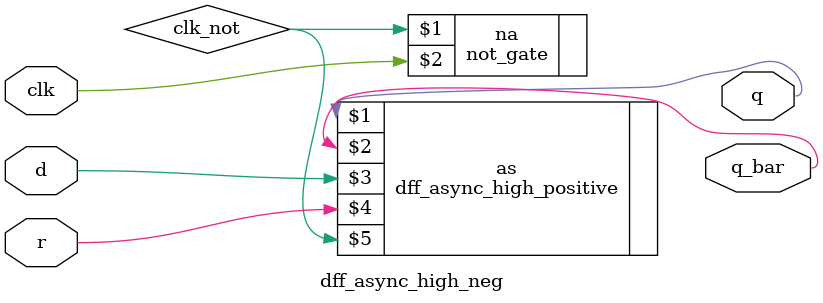
<source format=v>
module dff_async_high_neg(q, q_bar, d, r, clk);

    output q, q_bar;
    input d, r, clk;

    wire clk_not;

    not_gate na(clk_not, clk);

    dff_async_high_positive as(q, q_bar, d, r, clk_not);
endmodule
</source>
